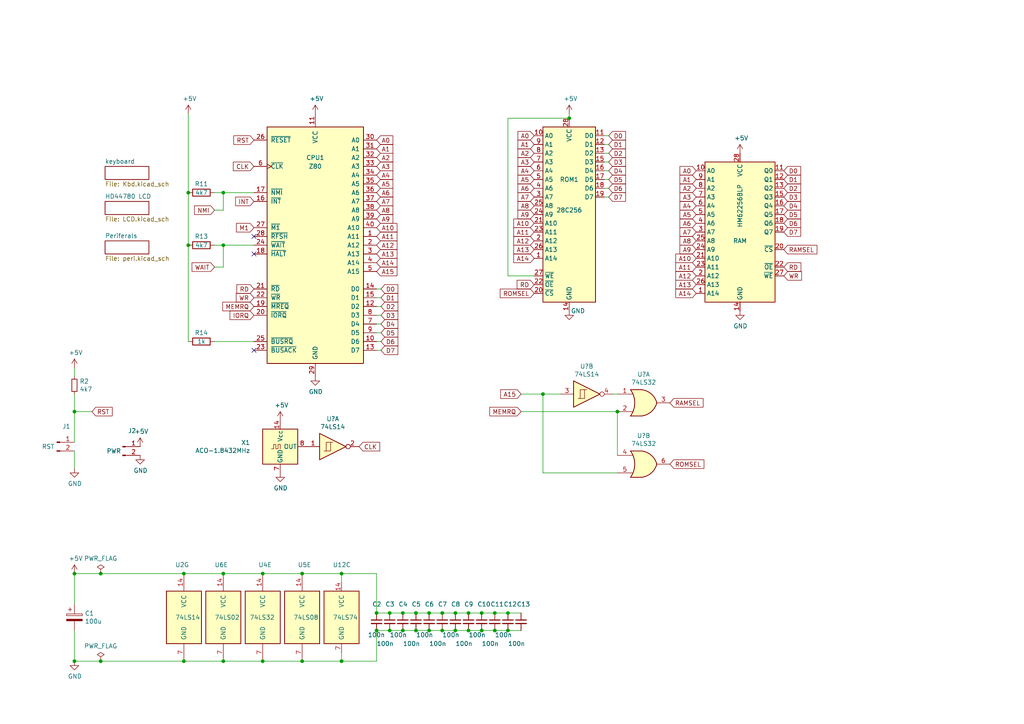
<source format=kicad_sch>
(kicad_sch (version 20211123) (generator eeschema)
  (paper "A4")
  (lib_symbols
    (symbol "74xx:74LS02" (pin_names (offset 1.016))
      (property "Reference" "U" (at 0 1.27 0))
      (property "Value" "74LS02" (at 0 -1.27 0))
      (symbol "74LS02_1_1"
        (pin output inverted (at 7.62 0 180) (length 3.81) (name "~") (number "1"))
        (pin input line (at -7.62 2.54 0) (length 4.318) (name "~") (number "2"))
        (pin input line (at -7.62 -2.54 0) (length 4.318) (name "~") (number "3"))
      )
      (symbol "74LS02_1_2"
        (pin output line (at 7.62 0 180) (length 3.81) (name "~") (number "1"))
        (pin input inverted (at -7.62 2.54 0) (length 3.81) (name "~") (number "2"))
        (pin input inverted (at -7.62 -2.54 0) (length 3.81) (name "~") (number "3"))
      )
      (symbol "74LS02_2_1"
        (pin output inverted (at 7.62 0 180) (length 3.81) (name "~") (number "4"))
        (pin input line (at -7.62 2.54 0) (length 4.318) (name "~") (number "5"))
        (pin input line (at -7.62 -2.54 0) (length 4.318) (name "~") (number "6"))
      )
      (symbol "74LS02_2_2"
        (pin output line (at 7.62 0 180) (length 3.81) (name "~") (number "4"))
        (pin input inverted (at -7.62 2.54 0) (length 3.81) (name "~") (number "5"))
        (pin input inverted (at -7.62 -2.54 0) (length 3.81) (name "~") (number "6"))
      )
      (symbol "74LS02_3_1"
        (pin output inverted (at 7.62 0 180) (length 3.81) (name "~") (number "10"))
        (pin input line (at -7.62 2.54 0) (length 4.318) (name "~") (number "8"))
        (pin input line (at -7.62 -2.54 0) (length 4.318) (name "~") (number "9"))
      )
      (symbol "74LS02_3_2"
        (pin output line (at 7.62 0 180) (length 3.81) (name "~") (number "10"))
        (pin input inverted (at -7.62 2.54 0) (length 3.81) (name "~") (number "8"))
        (pin input inverted (at -7.62 -2.54 0) (length 3.81) (name "~") (number "9"))
      )
      (symbol "74LS02_4_1"
        (pin input line (at -7.62 2.54 0) (length 4.318) (name "~") (number "11"))
        (pin input line (at -7.62 -2.54 0) (length 4.318) (name "~") (number "12"))
        (pin output inverted (at 7.62 0 180) (length 3.81) (name "~") (number "13"))
      )
      (symbol "74LS02_4_2"
        (pin input inverted (at -7.62 2.54 0) (length 3.81) (name "~") (number "11"))
        (pin input inverted (at -7.62 -2.54 0) (length 3.81) (name "~") (number "12"))
        (pin output line (at 7.62 0 180) (length 3.81) (name "~") (number "13"))
      )
      (symbol "74LS02_5_0"
        (pin power_in line (at 0 12.7 270) (length 5.08) (name "VCC") (number "14"))
        (pin power_in line (at 0 -12.7 90) (length 5.08) (name "GND") (number "7"))
      )
    )
    (symbol "74xx:74LS08" (pin_names (offset 1.016))
      (property "Reference" "U" (at 0 1.27 0))
      (property "Value" "74LS08" (at 0 -1.27 0))
      (symbol "74LS08_1_1"
        (pin input line (at -7.62 2.54 0) (length 3.81) (name "~") (number "1"))
        (pin input line (at -7.62 -2.54 0) (length 3.81) (name "~") (number "2"))
        (pin output line (at 7.62 0 180) (length 3.81) (name "~") (number "3"))
      )
      (symbol "74LS08_1_2"
        (pin input inverted (at -7.62 2.54 0) (length 4.318) (name "~") (number "1"))
        (pin input inverted (at -7.62 -2.54 0) (length 4.318) (name "~") (number "2"))
        (pin output inverted (at 7.62 0 180) (length 3.81) (name "~") (number "3"))
      )
      (symbol "74LS08_2_1"
        (pin input line (at -7.62 2.54 0) (length 3.81) (name "~") (number "4"))
        (pin input line (at -7.62 -2.54 0) (length 3.81) (name "~") (number "5"))
        (pin output line (at 7.62 0 180) (length 3.81) (name "~") (number "6"))
      )
      (symbol "74LS08_2_2"
        (pin input inverted (at -7.62 2.54 0) (length 4.318) (name "~") (number "4"))
        (pin input inverted (at -7.62 -2.54 0) (length 4.318) (name "~") (number "5"))
        (pin output inverted (at 7.62 0 180) (length 3.81) (name "~") (number "6"))
      )
      (symbol "74LS08_3_1"
        (pin input line (at -7.62 -2.54 0) (length 3.81) (name "~") (number "10"))
        (pin output line (at 7.62 0 180) (length 3.81) (name "~") (number "8"))
        (pin input line (at -7.62 2.54 0) (length 3.81) (name "~") (number "9"))
      )
      (symbol "74LS08_3_2"
        (pin input inverted (at -7.62 -2.54 0) (length 4.318) (name "~") (number "10"))
        (pin output inverted (at 7.62 0 180) (length 3.81) (name "~") (number "8"))
        (pin input inverted (at -7.62 2.54 0) (length 4.318) (name "~") (number "9"))
      )
      (symbol "74LS08_4_1"
        (pin output line (at 7.62 0 180) (length 3.81) (name "~") (number "11"))
        (pin input line (at -7.62 2.54 0) (length 3.81) (name "~") (number "12"))
        (pin input line (at -7.62 -2.54 0) (length 3.81) (name "~") (number "13"))
      )
      (symbol "74LS08_4_2"
        (pin output inverted (at 7.62 0 180) (length 3.81) (name "~") (number "11"))
        (pin input inverted (at -7.62 2.54 0) (length 4.318) (name "~") (number "12"))
        (pin input inverted (at -7.62 -2.54 0) (length 4.318) (name "~") (number "13"))
      )
      (symbol "74LS08_5_0"
        (pin power_in line (at 0 12.7 270) (length 5.08) (name "VCC") (number "14"))
        (pin power_in line (at 0 -12.7 90) (length 5.08) (name "GND") (number "7"))
      )
    )
    (symbol "74xx:74LS14" (pin_names (offset 1.016))
      (property "Reference" "U" (at 0 1.27 0))
      (property "Value" "74LS14" (at 0 -1.27 0))
      (symbol "74LS14_1_0"
        (pin input line (at -7.62 0 0) (length 3.81) (name "~") (number "1"))
        (pin output inverted (at 7.62 0 180) (length 3.81) (name "~") (number "2"))
      )
      (symbol "74LS14_2_0"
        (pin input line (at -7.62 0 0) (length 3.81) (name "~") (number "3"))
        (pin output inverted (at 7.62 0 180) (length 3.81) (name "~") (number "4"))
      )
      (symbol "74LS14_3_0"
        (pin input line (at -7.62 0 0) (length 3.81) (name "~") (number "5"))
        (pin output inverted (at 7.62 0 180) (length 3.81) (name "~") (number "6"))
      )
      (symbol "74LS14_4_0"
        (pin output inverted (at 7.62 0 180) (length 3.81) (name "~") (number "8"))
        (pin input line (at -7.62 0 0) (length 3.81) (name "~") (number "9"))
      )
      (symbol "74LS14_5_0"
        (pin output inverted (at 7.62 0 180) (length 3.81) (name "~") (number "10"))
        (pin input line (at -7.62 0 0) (length 3.81) (name "~") (number "11"))
      )
      (symbol "74LS14_6_0"
        (pin output inverted (at 7.62 0 180) (length 3.81) (name "~") (number "12"))
        (pin input line (at -7.62 0 0) (length 3.81) (name "~") (number "13"))
      )
      (symbol "74LS14_7_0"
        (pin power_in line (at 0 12.7 270) (length 5.08) (name "VCC") (number "14"))
        (pin power_in line (at 0 -12.7 90) (length 5.08) (name "GND") (number "7"))
      )
    )
    (symbol "74xx:74LS32" (pin_names (offset 1.016))
      (property "Reference" "U" (at 0 1.27 0))
      (property "Value" "74LS32" (at 0 -1.27 0))
      (symbol "74LS32_1_1"
        (pin input line (at -7.62 2.54 0) (length 4.318) (name "~") (number "1"))
        (pin input line (at -7.62 -2.54 0) (length 4.318) (name "~") (number "2"))
        (pin output line (at 7.62 0 180) (length 3.81) (name "~") (number "3"))
      )
      (symbol "74LS32_1_2"
        (pin input inverted (at -7.62 2.54 0) (length 3.81) (name "~") (number "1"))
        (pin input inverted (at -7.62 -2.54 0) (length 3.81) (name "~") (number "2"))
        (pin output inverted (at 7.62 0 180) (length 3.81) (name "~") (number "3"))
      )
      (symbol "74LS32_2_1"
        (pin input line (at -7.62 2.54 0) (length 4.318) (name "~") (number "4"))
        (pin input line (at -7.62 -2.54 0) (length 4.318) (name "~") (number "5"))
        (pin output line (at 7.62 0 180) (length 3.81) (name "~") (number "6"))
      )
      (symbol "74LS32_2_2"
        (pin input inverted (at -7.62 2.54 0) (length 3.81) (name "~") (number "4"))
        (pin input inverted (at -7.62 -2.54 0) (length 3.81) (name "~") (number "5"))
        (pin output inverted (at 7.62 0 180) (length 3.81) (name "~") (number "6"))
      )
      (symbol "74LS32_3_1"
        (pin input line (at -7.62 -2.54 0) (length 4.318) (name "~") (number "10"))
        (pin output line (at 7.62 0 180) (length 3.81) (name "~") (number "8"))
        (pin input line (at -7.62 2.54 0) (length 4.318) (name "~") (number "9"))
      )
      (symbol "74LS32_3_2"
        (pin input inverted (at -7.62 -2.54 0) (length 3.81) (name "~") (number "10"))
        (pin output inverted (at 7.62 0 180) (length 3.81) (name "~") (number "8"))
        (pin input inverted (at -7.62 2.54 0) (length 3.81) (name "~") (number "9"))
      )
      (symbol "74LS32_4_1"
        (pin output line (at 7.62 0 180) (length 3.81) (name "~") (number "11"))
        (pin input line (at -7.62 2.54 0) (length 4.318) (name "~") (number "12"))
        (pin input line (at -7.62 -2.54 0) (length 4.318) (name "~") (number "13"))
      )
      (symbol "74LS32_4_2"
        (pin output inverted (at 7.62 0 180) (length 3.81) (name "~") (number "11"))
        (pin input inverted (at -7.62 2.54 0) (length 3.81) (name "~") (number "12"))
        (pin input inverted (at -7.62 -2.54 0) (length 3.81) (name "~") (number "13"))
      )
      (symbol "74LS32_5_0"
        (pin power_in line (at 0 12.7 270) (length 5.08) (name "VCC") (number "14"))
        (pin power_in line (at 0 -12.7 90) (length 5.08) (name "GND") (number "7"))
      )
    )
    (symbol "74xx:74LS74" (pin_names (offset 1.016))
      (property "Reference" "U" (at -7.62 8.89 0))
      (property "Value" "74LS74" (at -7.62 -8.89 0))
      (symbol "74LS74_1_0"
        (pin input line (at 0 -7.62 90) (length 2.54) (name "~{R}") (number "1"))
        (pin input line (at -7.62 2.54 0) (length 2.54) (name "D") (number "2"))
        (pin input clock (at -7.62 0 0) (length 2.54) (name "C") (number "3"))
        (pin input line (at 0 7.62 270) (length 2.54) (name "~{S}") (number "4"))
        (pin output line (at 7.62 2.54 180) (length 2.54) (name "Q") (number "5"))
        (pin output line (at 7.62 -2.54 180) (length 2.54) (name "~{Q}") (number "6"))
      )
      (symbol "74LS74_2_0"
        (pin input line (at 0 7.62 270) (length 2.54) (name "~{S}") (number "10"))
        (pin input clock (at -7.62 0 0) (length 2.54) (name "C") (number "11"))
        (pin input line (at -7.62 2.54 0) (length 2.54) (name "D") (number "12"))
        (pin input line (at 0 -7.62 90) (length 2.54) (name "~{R}") (number "13"))
        (pin output line (at 7.62 -2.54 180) (length 2.54) (name "~{Q}") (number "8"))
        (pin output line (at 7.62 2.54 180) (length 2.54) (name "Q") (number "9"))
      )
      (symbol "74LS74_3_0"
        (pin power_in line (at 0 10.16 270) (length 2.54) (name "VCC") (number "14"))
        (pin power_in line (at 0 -10.16 90) (length 2.54) (name "GND") (number "7"))
      )
    )
    (symbol "CPU:Z80CPU" (pin_names (offset 1.016))
      (property "Reference" "U" (at -13.97 35.56 0))
      (property "Value" "Z80CPU" (at 6.35 35.56 0))
      (symbol "Z80CPU_1_1"
        (pin output line (at 17.78 2.54 180) (length 3.81) (name "A11") (number "1"))
        (pin bidirectional line (at 17.78 -27.94 180) (length 3.81) (name "D6") (number "10"))
        (pin power_in line (at 0 38.1 270) (length 3.81) (name "VCC") (number "11"))
        (pin bidirectional line (at 17.78 -17.78 180) (length 3.81) (name "D2") (number "12"))
        (pin bidirectional line (at 17.78 -30.48 180) (length 3.81) (name "D7") (number "13"))
        (pin bidirectional line (at 17.78 -12.7 180) (length 3.81) (name "D0") (number "14"))
        (pin bidirectional line (at 17.78 -15.24 180) (length 3.81) (name "D1") (number "15"))
        (pin input line (at -17.78 12.7 0) (length 3.81) (name "~{INT}") (number "16"))
        (pin input line (at -17.78 15.24 0) (length 3.81) (name "~{NMI}") (number "17"))
        (pin output line (at -17.78 -2.54 0) (length 3.81) (name "~{HALT}") (number "18"))
        (pin output line (at -17.78 -17.78 0) (length 3.81) (name "~{MREQ}") (number "19"))
        (pin output line (at 17.78 0 180) (length 3.81) (name "A12") (number "2"))
        (pin output line (at -17.78 -20.32 0) (length 3.81) (name "~{IORQ}") (number "20"))
        (pin output line (at -17.78 -12.7 0) (length 3.81) (name "~{RD}") (number "21"))
        (pin output line (at -17.78 -15.24 0) (length 3.81) (name "~{WR}") (number "22"))
        (pin output line (at -17.78 -30.48 0) (length 3.81) (name "~{BUSACK}") (number "23"))
        (pin input line (at -17.78 0 0) (length 3.81) (name "~{WAIT}") (number "24"))
        (pin input line (at -17.78 -27.94 0) (length 3.81) (name "~{BUSRQ}") (number "25"))
        (pin input line (at -17.78 30.48 0) (length 3.81) (name "~{RESET}") (number "26"))
        (pin output line (at -17.78 5.08 0) (length 3.81) (name "~{M1}") (number "27"))
        (pin output line (at -17.78 2.54 0) (length 3.81) (name "~{RFSH}") (number "28"))
        (pin power_in line (at 0 -38.1 90) (length 3.81) (name "GND") (number "29"))
        (pin output line (at 17.78 -2.54 180) (length 3.81) (name "A13") (number "3"))
        (pin output line (at 17.78 30.48 180) (length 3.81) (name "A0") (number "30"))
        (pin output line (at 17.78 27.94 180) (length 3.81) (name "A1") (number "31"))
        (pin output line (at 17.78 25.4 180) (length 3.81) (name "A2") (number "32"))
        (pin output line (at 17.78 22.86 180) (length 3.81) (name "A3") (number "33"))
        (pin output line (at 17.78 20.32 180) (length 3.81) (name "A4") (number "34"))
        (pin output line (at 17.78 17.78 180) (length 3.81) (name "A5") (number "35"))
        (pin output line (at 17.78 15.24 180) (length 3.81) (name "A6") (number "36"))
        (pin output line (at 17.78 12.7 180) (length 3.81) (name "A7") (number "37"))
        (pin output line (at 17.78 10.16 180) (length 3.81) (name "A8") (number "38"))
        (pin output line (at 17.78 7.62 180) (length 3.81) (name "A9") (number "39"))
        (pin output line (at 17.78 -5.08 180) (length 3.81) (name "A14") (number "4"))
        (pin output line (at 17.78 5.08 180) (length 3.81) (name "A10") (number "40"))
        (pin output line (at 17.78 -7.62 180) (length 3.81) (name "A15") (number "5"))
        (pin input clock (at -17.78 22.86 0) (length 3.81) (name "~{CLK}") (number "6"))
        (pin bidirectional line (at 17.78 -22.86 180) (length 3.81) (name "D4") (number "7"))
        (pin bidirectional line (at 17.78 -20.32 180) (length 3.81) (name "D3") (number "8"))
        (pin bidirectional line (at 17.78 -25.4 180) (length 3.81) (name "D5") (number "9"))
      )
    )
    (symbol "Connector:Conn_01x02_Male" (pin_names (offset 1.016) hide)
      (property "Reference" "J" (at 0 2.54 0))
      (property "Value" "Conn_01x02_Male" (at 0 -5.08 0))
      (symbol "Conn_01x02_Male_1_1"
        (pin passive line (at 5.08 0 180) (length 3.81) (name "Pin_1") (number "1"))
        (pin passive line (at 5.08 -2.54 180) (length 3.81) (name "Pin_2") (number "2"))
      )
    )
    (symbol "Device:CP" (pin_numbers hide) (pin_names (offset 0.254))
      (property "Reference" "C" (at 0.635 2.54 0))
      (property "Value" "Device_CP" (at 0.635 -2.54 0))
      (symbol "CP_1_1"
        (pin passive line (at 0 3.81 270) (length 2.794) (name "~") (number "1"))
        (pin passive line (at 0 -3.81 90) (length 2.794) (name "~") (number "2"))
      )
    )
    (symbol "Device:C_Small" (pin_numbers hide) (pin_names (offset 0.254) hide)
      (property "Reference" "C" (at 0.254 1.778 0))
      (property "Value" "C_Small" (at 0.254 -2.032 0))
      (symbol "C_Small_1_1"
        (pin passive line (at 0 2.54 270) (length 2.032) (name "~") (number "1"))
        (pin passive line (at 0 -2.54 90) (length 2.032) (name "~") (number "2"))
      )
    )
    (symbol "Device:R" (pin_numbers hide) (pin_names (offset 0))
      (property "Reference" "R" (at 2.032 0 90))
      (property "Value" "R" (at 0 0 90))
      (symbol "R_1_1"
        (pin passive line (at 0 3.81 270) (length 1.27) (name "~") (number "1"))
        (pin passive line (at 0 -3.81 90) (length 1.27) (name "~") (number "2"))
      )
    )
    (symbol "Device:R_Small" (pin_numbers hide) (pin_names (offset 0.254) hide)
      (property "Reference" "R" (at 0.762 0.508 0))
      (property "Value" "R_Small" (at 0.762 -1.016 0))
      (symbol "R_Small_1_1"
        (pin passive line (at 0 2.54 270) (length 0.762) (name "~") (number "1"))
        (pin passive line (at 0 -2.54 90) (length 0.762) (name "~") (number "2"))
      )
    )
    (symbol "Memory_EEPROM:28C256"
      (property "Reference" "U" (at -7.62 26.67 0))
      (property "Value" "28C256" (at 2.54 -26.67 0))
      (symbol "28C256_1_1"
        (pin input line (at -10.16 -12.7 0) (length 2.54) (name "A14") (number "1"))
        (pin input line (at -10.16 22.86 0) (length 2.54) (name "A0") (number "10"))
        (pin tri_state line (at 10.16 22.86 180) (length 2.54) (name "D0") (number "11"))
        (pin tri_state line (at 10.16 20.32 180) (length 2.54) (name "D1") (number "12"))
        (pin tri_state line (at 10.16 17.78 180) (length 2.54) (name "D2") (number "13"))
        (pin power_in line (at 0 -27.94 90) (length 2.54) (name "GND") (number "14"))
        (pin tri_state line (at 10.16 15.24 180) (length 2.54) (name "D3") (number "15"))
        (pin tri_state line (at 10.16 12.7 180) (length 2.54) (name "D4") (number "16"))
        (pin tri_state line (at 10.16 10.16 180) (length 2.54) (name "D5") (number "17"))
        (pin tri_state line (at 10.16 7.62 180) (length 2.54) (name "D6") (number "18"))
        (pin tri_state line (at 10.16 5.08 180) (length 2.54) (name "D7") (number "19"))
        (pin input line (at -10.16 -7.62 0) (length 2.54) (name "A12") (number "2"))
        (pin input line (at -10.16 -22.86 0) (length 2.54) (name "~{CS}") (number "20"))
        (pin input line (at -10.16 -2.54 0) (length 2.54) (name "A10") (number "21"))
        (pin input line (at -10.16 -20.32 0) (length 2.54) (name "~{OE}") (number "22"))
        (pin input line (at -10.16 -5.08 0) (length 2.54) (name "A11") (number "23"))
        (pin input line (at -10.16 0 0) (length 2.54) (name "A9") (number "24"))
        (pin input line (at -10.16 2.54 0) (length 2.54) (name "A8") (number "25"))
        (pin input line (at -10.16 -10.16 0) (length 2.54) (name "A13") (number "26"))
        (pin input line (at -10.16 -17.78 0) (length 2.54) (name "~{WE}") (number "27"))
        (pin power_in line (at 0 27.94 270) (length 2.54) (name "VCC") (number "28"))
        (pin input line (at -10.16 5.08 0) (length 2.54) (name "A7") (number "3"))
        (pin input line (at -10.16 7.62 0) (length 2.54) (name "A6") (number "4"))
        (pin input line (at -10.16 10.16 0) (length 2.54) (name "A5") (number "5"))
        (pin input line (at -10.16 12.7 0) (length 2.54) (name "A4") (number "6"))
        (pin input line (at -10.16 15.24 0) (length 2.54) (name "A3") (number "7"))
        (pin input line (at -10.16 17.78 0) (length 2.54) (name "A2") (number "8"))
        (pin input line (at -10.16 20.32 0) (length 2.54) (name "A1") (number "9"))
      )
    )
    (symbol "Memory_RAM:HM62256BLP"
      (property "Reference" "U" (at -10.16 20.955 0))
      (property "Value" "HM62256BLP" (at 2.54 20.955 0))
      (symbol "HM62256BLP_0_0"
        (pin power_in line (at 0 -22.86 90) (length 2.54) (name "GND") (number "14"))
        (pin power_in line (at 0 22.86 270) (length 2.54) (name "VCC") (number "28"))
      )
      (symbol "HM62256BLP_1_1"
        (pin input line (at -12.7 -17.78 0) (length 2.54) (name "A14") (number "1"))
        (pin input line (at -12.7 17.78 0) (length 2.54) (name "A0") (number "10"))
        (pin tri_state line (at 12.7 17.78 180) (length 2.54) (name "Q0") (number "11"))
        (pin tri_state line (at 12.7 15.24 180) (length 2.54) (name "Q1") (number "12"))
        (pin tri_state line (at 12.7 12.7 180) (length 2.54) (name "Q2") (number "13"))
        (pin tri_state line (at 12.7 10.16 180) (length 2.54) (name "Q3") (number "15"))
        (pin tri_state line (at 12.7 7.62 180) (length 2.54) (name "Q4") (number "16"))
        (pin tri_state line (at 12.7 5.08 180) (length 2.54) (name "Q5") (number "17"))
        (pin tri_state line (at 12.7 2.54 180) (length 2.54) (name "Q6") (number "18"))
        (pin tri_state line (at 12.7 0 180) (length 2.54) (name "Q7") (number "19"))
        (pin input line (at -12.7 -12.7 0) (length 2.54) (name "A12") (number "2"))
        (pin input line (at 12.7 -5.08 180) (length 2.54) (name "~{CS}") (number "20"))
        (pin input line (at -12.7 -7.62 0) (length 2.54) (name "A10") (number "21"))
        (pin input line (at 12.7 -10.16 180) (length 2.54) (name "~{OE}") (number "22"))
        (pin input line (at -12.7 -10.16 0) (length 2.54) (name "A11") (number "23"))
        (pin input line (at -12.7 -5.08 0) (length 2.54) (name "A9") (number "24"))
        (pin input line (at -12.7 -2.54 0) (length 2.54) (name "A8") (number "25"))
        (pin input line (at -12.7 -15.24 0) (length 2.54) (name "A13") (number "26"))
        (pin input line (at 12.7 -12.7 180) (length 2.54) (name "~{WE}") (number "27"))
        (pin input line (at -12.7 0 0) (length 2.54) (name "A7") (number "3"))
        (pin input line (at -12.7 2.54 0) (length 2.54) (name "A6") (number "4"))
        (pin input line (at -12.7 5.08 0) (length 2.54) (name "A5") (number "5"))
        (pin input line (at -12.7 7.62 0) (length 2.54) (name "A4") (number "6"))
        (pin input line (at -12.7 10.16 0) (length 2.54) (name "A3") (number "7"))
        (pin input line (at -12.7 12.7 0) (length 2.54) (name "A2") (number "8"))
        (pin input line (at -12.7 15.24 0) (length 2.54) (name "A1") (number "9"))
      )
    )
    (symbol "Oscillator:ACO-xxxMHz" (pin_names (offset 0.254))
      (property "Reference" "X" (at -5.08 6.35 0))
      (property "Value" "ACO-xxxMHz" (at 1.27 -6.35 0))
      (symbol "ACO-xxxMHz_1_1"
        (pin no_connect line (at -7.62 0 0) (length 2.54) hide (name "NC") (number "1"))
        (pin power_in line (at 0 7.62 270) (length 2.54) (name "Vcc") (number "14"))
        (pin power_in line (at 0 -7.62 90) (length 2.54) (name "GND") (number "7"))
        (pin output line (at 7.62 0 180) (length 2.54) (name "OUT") (number "8"))
      )
    )
    (symbol "power:+5V" (power) (pin_names (offset 0))
      (property "Value" "+5V" (at 0 3.556 0))
      (symbol "+5V_1_1"
        (pin power_in line (at 0 0 90) (length 0) hide (name "+5V") (number "1"))
      )
    )
    (symbol "power:GND" (power) (pin_names (offset 0))
      (property "Value" "GND" (at 0 -3.81 0))
      (symbol "GND_1_1"
        (pin power_in line (at 0 0 270) (length 0) hide (name "GND") (number "1"))
      )
    )
    (symbol "power:PWR_FLAG" (power) (pin_numbers hide) (pin_names (offset 0) hide)
      (property "Value" "PWR_FLAG" (at 0 3.81 0))
      (symbol "PWR_FLAG_0_0"
        (pin power_out line (at 0 0 90) (length 0) (name "pwr") (number "1"))
      )
    )
  )
  (junction (at 124.46 182.88))
  (junction (at 53.34 191.77))
  (junction (at 64.77 71.12))
  (junction (at 143.51 177.8))
  (junction (at 109.22 177.8))
  (junction (at 139.7 182.88))
  (junction (at 147.32 182.88))
  (junction (at 64.77 166.37))
  (junction (at 76.2 191.77))
  (junction (at 64.77 191.77))
  (junction (at 99.06 191.77))
  (junction (at 120.65 182.88))
  (junction (at 116.84 182.88))
  (junction (at 116.84 177.8))
  (junction (at 76.2 166.37))
  (junction (at 128.27 182.88))
  (junction (at 132.08 182.88))
  (junction (at 113.03 177.8))
  (junction (at 99.06 166.37))
  (junction (at 132.08 177.8))
  (junction (at 87.63 191.77))
  (junction (at 135.89 182.88))
  (junction (at 109.22 182.88))
  (junction (at 29.21 191.77))
  (junction (at 64.77 55.88))
  (junction (at 128.27 177.8))
  (junction (at 120.65 177.8))
  (junction (at 21.59 166.37))
  (junction (at 21.59 119.38))
  (junction (at 179.07 119.38))
  (junction (at 54.61 71.12))
  (junction (at 139.7 177.8))
  (junction (at 124.46 177.8))
  (junction (at 147.32 177.8))
  (junction (at 143.51 182.88))
  (junction (at 29.21 166.37))
  (junction (at 53.34 166.37))
  (junction (at 157.48 114.3))
  (junction (at 113.03 182.88))
  (junction (at 87.63 166.37))
  (junction (at 135.89 177.8))
  (junction (at 165.1 34.29))
  (junction (at 54.61 55.88))
  (junction (at 21.59 191.77))
  (no_connect (at 73.66 68.58))
  (no_connect (at 73.66 101.6))
  (no_connect (at 73.66 73.66))
  (wire (pts (xy 73.66 71.12) (xy 64.77 71.12)))
  (wire (pts (xy 76.2 166.37) (xy 87.63 166.37)))
  (wire (pts (xy 110.49 86.36) (xy 109.22 86.36)))
  (wire (pts (xy 176.53 39.37) (xy 175.26 39.37)))
  (wire (pts (xy 62.23 60.96) (xy 64.77 60.96)))
  (wire (pts (xy 110.49 96.52) (xy 109.22 96.52)))
  (wire (pts (xy 143.51 182.88) (xy 147.32 182.88)))
  (wire (pts (xy 165.1 34.29) (xy 147.32 34.29)))
  (wire (pts (xy 99.06 191.77) (xy 99.06 189.23)))
  (wire (pts (xy 110.49 93.98) (xy 109.22 93.98)))
  (wire (pts (xy 62.23 77.47) (xy 64.77 77.47)))
  (wire (pts (xy 110.49 101.6) (xy 109.22 101.6)))
  (wire (pts (xy 179.07 137.16) (xy 157.48 137.16)))
  (wire (pts (xy 64.77 77.47) (xy 64.77 71.12)))
  (wire (pts (xy 176.53 46.99) (xy 175.26 46.99)))
  (wire (pts (xy 116.84 177.8) (xy 120.65 177.8)))
  (wire (pts (xy 116.84 182.88) (xy 120.65 182.88)))
  (wire (pts (xy 135.89 177.8) (xy 139.7 177.8)))
  (wire (pts (xy 139.7 177.8) (xy 143.51 177.8)))
  (wire (pts (xy 73.66 55.88) (xy 64.77 55.88)))
  (wire (pts (xy 21.59 166.37) (xy 21.59 175.26)))
  (wire (pts (xy 176.53 44.45) (xy 175.26 44.45)))
  (wire (pts (xy 54.61 55.88) (xy 54.61 71.12)))
  (wire (pts (xy 120.65 177.8) (xy 124.46 177.8)))
  (wire (pts (xy 176.53 52.07) (xy 175.26 52.07)))
  (wire (pts (xy 29.21 191.77) (xy 21.59 191.77)))
  (wire (pts (xy 21.59 114.3) (xy 21.59 119.38)))
  (wire (pts (xy 128.27 182.88) (xy 132.08 182.88)))
  (wire (pts (xy 176.53 41.91) (xy 175.26 41.91)))
  (wire (pts (xy 109.22 182.88) (xy 109.22 191.77)))
  (wire (pts (xy 143.51 177.8) (xy 147.32 177.8)))
  (wire (pts (xy 29.21 191.77) (xy 53.34 191.77)))
  (wire (pts (xy 120.65 182.88) (xy 124.46 182.88)))
  (wire (pts (xy 124.46 177.8) (xy 128.27 177.8)))
  (wire (pts (xy 110.49 99.06) (xy 109.22 99.06)))
  (wire (pts (xy 64.77 166.37) (xy 76.2 166.37)))
  (wire (pts (xy 151.13 114.3) (xy 157.48 114.3)))
  (wire (pts (xy 113.03 182.88) (xy 116.84 182.88)))
  (wire (pts (xy 29.21 166.37) (xy 53.34 166.37)))
  (wire (pts (xy 21.59 106.68) (xy 21.59 109.22)))
  (wire (pts (xy 179.07 114.3) (xy 177.8 114.3)))
  (wire (pts (xy 26.67 119.38) (xy 21.59 119.38)))
  (wire (pts (xy 132.08 182.88) (xy 135.89 182.88)))
  (wire (pts (xy 109.22 177.8) (xy 113.03 177.8)))
  (wire (pts (xy 87.63 191.77) (xy 99.06 191.77)))
  (wire (pts (xy 113.03 177.8) (xy 116.84 177.8)))
  (wire (pts (xy 21.59 119.38) (xy 21.59 128.27)))
  (wire (pts (xy 165.1 33.02) (xy 165.1 34.29)))
  (wire (pts (xy 99.06 166.37) (xy 109.22 166.37)))
  (wire (pts (xy 176.53 57.15) (xy 175.26 57.15)))
  (wire (pts (xy 139.7 182.88) (xy 143.51 182.88)))
  (wire (pts (xy 110.49 83.82) (xy 109.22 83.82)))
  (wire (pts (xy 157.48 137.16) (xy 157.48 114.3)))
  (wire (pts (xy 132.08 177.8) (xy 135.89 177.8)))
  (wire (pts (xy 176.53 49.53) (xy 175.26 49.53)))
  (wire (pts (xy 147.32 182.88) (xy 151.13 182.88)))
  (wire (pts (xy 128.27 177.8) (xy 132.08 177.8)))
  (wire (pts (xy 176.53 54.61) (xy 175.26 54.61)))
  (wire (pts (xy 135.89 182.88) (xy 139.7 182.88)))
  (wire (pts (xy 110.49 91.44) (xy 109.22 91.44)))
  (wire (pts (xy 147.32 80.01) (xy 154.94 80.01)))
  (wire (pts (xy 99.06 191.77) (xy 109.22 191.77)))
  (wire (pts (xy 21.59 130.81) (xy 21.59 135.89)))
  (wire (pts (xy 73.66 99.06) (xy 62.23 99.06)))
  (wire (pts (xy 124.46 182.88) (xy 128.27 182.88)))
  (wire (pts (xy 64.77 60.96) (xy 64.77 55.88)))
  (wire (pts (xy 99.06 166.37) (xy 99.06 168.91)))
  (wire (pts (xy 53.34 166.37) (xy 64.77 166.37)))
  (wire (pts (xy 109.22 182.88) (xy 113.03 182.88)))
  (wire (pts (xy 21.59 191.77) (xy 21.59 182.88)))
  (wire (pts (xy 64.77 191.77) (xy 76.2 191.77)))
  (wire (pts (xy 64.77 55.88) (xy 62.23 55.88)))
  (wire (pts (xy 147.32 177.8) (xy 151.13 177.8)))
  (wire (pts (xy 147.32 34.29) (xy 147.32 80.01)))
  (wire (pts (xy 53.34 191.77) (xy 64.77 191.77)))
  (wire (pts (xy 179.07 119.38) (xy 151.13 119.38)))
  (wire (pts (xy 54.61 55.88) (xy 54.61 33.02)))
  (wire (pts (xy 76.2 191.77) (xy 87.63 191.77)))
  (wire (pts (xy 54.61 71.12) (xy 54.61 99.06)))
  (wire (pts (xy 109.22 177.8) (xy 109.22 166.37)))
  (wire (pts (xy 110.49 88.9) (xy 109.22 88.9)))
  (wire (pts (xy 64.77 71.12) (xy 62.23 71.12)))
  (wire (pts (xy 21.59 166.37) (xy 29.21 166.37)))
  (wire (pts (xy 157.48 114.3) (xy 162.56 114.3)))
  (wire (pts (xy 87.63 166.37) (xy 99.06 166.37)))
  (wire (pts (xy 179.07 119.38) (xy 179.07 132.08)))
  (global_label "D4" (shape input) (at 176.53 49.53 0) (property "Intersheet References" "${INTERSHEET_REFS}" (effects hide)))
  (global_label "A5" (shape input) (at 109.22 53.34 0) (property "Intersheet References" "${INTERSHEET_REFS}" (effects hide)))
  (global_label "A3" (shape input) (at 154.94 46.99 180) (property "Intersheet References" "${INTERSHEET_REFS}" (effects hide)))
  (global_label "RD" (shape input) (at 73.66 83.82 180) (property "Intersheet References" "${INTERSHEET_REFS}" (effects hide)))
  (global_label "D5" (shape input) (at 110.49 96.52 0) (property "Intersheet References" "${INTERSHEET_REFS}" (effects hide)))
  (global_label "D7" (shape input) (at 176.53 57.15 0) (property "Intersheet References" "${INTERSHEET_REFS}" (effects hide)))
  (global_label "D2" (shape input) (at 110.49 88.9 0) (property "Intersheet References" "${INTERSHEET_REFS}" (effects hide)))
  (global_label "MEMRQ" (shape input) (at 73.66 88.9 180) (property "Intersheet References" "${INTERSHEET_REFS}" (effects hide)))
  (global_label "A7" (shape input) (at 201.93 67.31 180) (property "Intersheet References" "${INTERSHEET_REFS}" (effects hide)))
  (global_label "A4" (shape input) (at 201.93 59.69 180) (property "Intersheet References" "${INTERSHEET_REFS}" (effects hide)))
  (global_label "D1" (shape input) (at 110.49 86.36 0) (property "Intersheet References" "${INTERSHEET_REFS}" (effects hide)))
  (global_label "A4" (shape input) (at 109.22 50.8 0) (property "Intersheet References" "${INTERSHEET_REFS}" (effects hide)))
  (global_label "A2" (shape input) (at 154.94 44.45 180) (property "Intersheet References" "${INTERSHEET_REFS}" (effects hide)))
  (global_label "A6" (shape input) (at 154.94 54.61 180) (property "Intersheet References" "${INTERSHEET_REFS}" (effects hide)))
  (global_label "A7" (shape input) (at 109.22 58.42 0) (property "Intersheet References" "${INTERSHEET_REFS}" (effects hide)))
  (global_label "A8" (shape input) (at 154.94 59.69 180) (property "Intersheet References" "${INTERSHEET_REFS}" (effects hide)))
  (global_label "CLK" (shape input) (at 104.14 129.54 0) (property "Intersheet References" "${INTERSHEET_REFS}" (effects hide)))
  (global_label "RD" (shape input) (at 154.94 82.55 180) (property "Intersheet References" "${INTERSHEET_REFS}" (effects hide)))
  (global_label "D3" (shape input) (at 176.53 46.99 0) (property "Intersheet References" "${INTERSHEET_REFS}" (effects hide)))
  (global_label "WR" (shape input) (at 73.66 86.36 180) (property "Intersheet References" "${INTERSHEET_REFS}" (effects hide)))
  (global_label "A2" (shape input) (at 109.22 45.72 0) (property "Intersheet References" "${INTERSHEET_REFS}" (effects hide)))
  (global_label "A3" (shape input) (at 109.22 48.26 0) (property "Intersheet References" "${INTERSHEET_REFS}" (effects hide)))
  (global_label "A1" (shape input) (at 154.94 41.91 180) (property "Intersheet References" "${INTERSHEET_REFS}" (effects hide)))
  (global_label "RAMSEL" (shape input) (at 194.31 116.84 0) (property "Intersheet References" "${INTERSHEET_REFS}" (effects hide)))
  (global_label "A2" (shape input) (at 201.93 54.61 180) (property "Intersheet References" "${INTERSHEET_REFS}" (effects hide)))
  (global_label "A14" (shape input) (at 109.22 76.2 0) (property "Intersheet References" "${INTERSHEET_REFS}" (effects hide)))
  (global_label "RAMSEL" (shape input) (at 227.33 72.39 0) (property "Intersheet References" "${INTERSHEET_REFS}" (effects hide)))
  (global_label "D5" (shape input) (at 227.33 62.23 0) (property "Intersheet References" "${INTERSHEET_REFS}" (effects hide)))
  (global_label "A0" (shape input) (at 109.22 40.64 0) (property "Intersheet References" "${INTERSHEET_REFS}" (effects hide)))
  (global_label "WAIT" (shape input) (at 62.23 77.47 180) (property "Intersheet References" "${INTERSHEET_REFS}" (effects hide)))
  (global_label "D6" (shape input) (at 227.33 64.77 0) (property "Intersheet References" "${INTERSHEET_REFS}" (effects hide)))
  (global_label "A4" (shape input) (at 154.94 49.53 180) (property "Intersheet References" "${INTERSHEET_REFS}" (effects hide)))
  (global_label "D2" (shape input) (at 176.53 44.45 0) (property "Intersheet References" "${INTERSHEET_REFS}" (effects hide)))
  (global_label "A12" (shape input) (at 154.94 69.85 180) (property "Intersheet References" "${INTERSHEET_REFS}" (effects hide)))
  (global_label "D6" (shape input) (at 176.53 54.61 0) (property "Intersheet References" "${INTERSHEET_REFS}" (effects hide)))
  (global_label "A9" (shape input) (at 201.93 72.39 180) (property "Intersheet References" "${INTERSHEET_REFS}" (effects hide)))
  (global_label "D7" (shape input) (at 110.49 101.6 0) (property "Intersheet References" "${INTERSHEET_REFS}" (effects hide)))
  (global_label "ROMSEL" (shape input) (at 194.31 134.62 0) (property "Intersheet References" "${INTERSHEET_REFS}" (effects hide)))
  (global_label "A7" (shape input) (at 154.94 57.15 180) (property "Intersheet References" "${INTERSHEET_REFS}" (effects hide)))
  (global_label "A10" (shape input) (at 109.22 66.04 0) (property "Intersheet References" "${INTERSHEET_REFS}" (effects hide)))
  (global_label "A12" (shape input) (at 109.22 71.12 0) (property "Intersheet References" "${INTERSHEET_REFS}" (effects hide)))
  (global_label "A15" (shape input) (at 109.22 78.74 0) (property "Intersheet References" "${INTERSHEET_REFS}" (effects hide)))
  (global_label "IORQ" (shape input) (at 73.66 91.44 180) (property "Intersheet References" "${INTERSHEET_REFS}" (effects hide)))
  (global_label "D3" (shape input) (at 227.33 57.15 0) (property "Intersheet References" "${INTERSHEET_REFS}" (effects hide)))
  (global_label "A5" (shape input) (at 201.93 62.23 180) (property "Intersheet References" "${INTERSHEET_REFS}" (effects hide)))
  (global_label "D4" (shape input) (at 110.49 93.98 0) (property "Intersheet References" "${INTERSHEET_REFS}" (effects hide)))
  (global_label "A13" (shape input) (at 154.94 72.39 180) (property "Intersheet References" "${INTERSHEET_REFS}" (effects hide)))
  (global_label "INT" (shape input) (at 73.66 58.42 180) (property "Intersheet References" "${INTERSHEET_REFS}" (effects hide)))
  (global_label "D2" (shape input) (at 227.33 54.61 0) (property "Intersheet References" "${INTERSHEET_REFS}" (effects hide)))
  (global_label "RST" (shape input) (at 73.66 40.64 180) (property "Intersheet References" "${INTERSHEET_REFS}" (effects hide)))
  (global_label "RST" (shape input) (at 26.67 119.38 0) (property "Intersheet References" "${INTERSHEET_REFS}" (effects hide)))
  (global_label "A12" (shape input) (at 201.93 80.01 180) (property "Intersheet References" "${INTERSHEET_REFS}" (effects hide)))
  (global_label "A9" (shape input) (at 154.94 62.23 180) (property "Intersheet References" "${INTERSHEET_REFS}" (effects hide)))
  (global_label "A10" (shape input) (at 154.94 64.77 180) (property "Intersheet References" "${INTERSHEET_REFS}" (effects hide)))
  (global_label "A11" (shape input) (at 201.93 77.47 180) (property "Intersheet References" "${INTERSHEET_REFS}" (effects hide)))
  (global_label "A13" (shape input) (at 109.22 73.66 0) (property "Intersheet References" "${INTERSHEET_REFS}" (effects hide)))
  (global_label "A6" (shape input) (at 109.22 55.88 0) (property "Intersheet References" "${INTERSHEET_REFS}" (effects hide)))
  (global_label "A8" (shape input) (at 201.93 69.85 180) (property "Intersheet References" "${INTERSHEET_REFS}" (effects hide)))
  (global_label "D0" (shape input) (at 227.33 49.53 0) (property "Intersheet References" "${INTERSHEET_REFS}" (effects hide)))
  (global_label "A1" (shape input) (at 201.93 52.07 180) (property "Intersheet References" "${INTERSHEET_REFS}" (effects hide)))
  (global_label "D5" (shape input) (at 176.53 52.07 0) (property "Intersheet References" "${INTERSHEET_REFS}" (effects hide)))
  (global_label "D0" (shape input) (at 110.49 83.82 0) (property "Intersheet References" "${INTERSHEET_REFS}" (effects hide)))
  (global_label "A8" (shape input) (at 109.22 60.96 0) (property "Intersheet References" "${INTERSHEET_REFS}" (effects hide)))
  (global_label "A1" (shape input) (at 109.22 43.18 0) (property "Intersheet References" "${INTERSHEET_REFS}" (effects hide)))
  (global_label "D4" (shape input) (at 227.33 59.69 0) (property "Intersheet References" "${INTERSHEET_REFS}" (effects hide)))
  (global_label "D6" (shape input) (at 110.49 99.06 0) (property "Intersheet References" "${INTERSHEET_REFS}" (effects hide)))
  (global_label "M1" (shape input) (at 73.66 66.04 180) (property "Intersheet References" "${INTERSHEET_REFS}" (effects hide)))
  (global_label "A0" (shape input) (at 201.93 49.53 180) (property "Intersheet References" "${INTERSHEET_REFS}" (effects hide)))
  (global_label "A10" (shape input) (at 201.93 74.93 180) (property "Intersheet References" "${INTERSHEET_REFS}" (effects hide)))
  (global_label "A3" (shape input) (at 201.93 57.15 180) (property "Intersheet References" "${INTERSHEET_REFS}" (effects hide)))
  (global_label "D1" (shape input) (at 176.53 41.91 0) (property "Intersheet References" "${INTERSHEET_REFS}" (effects hide)))
  (global_label "WR" (shape input) (at 227.33 80.01 0) (property "Intersheet References" "${INTERSHEET_REFS}" (effects hide)))
  (global_label "A13" (shape input) (at 201.93 82.55 180) (property "Intersheet References" "${INTERSHEET_REFS}" (effects hide)))
  (global_label "CLK" (shape input) (at 73.66 48.26 180) (property "Intersheet References" "${INTERSHEET_REFS}" (effects hide)))
  (global_label "A11" (shape input) (at 154.94 67.31 180) (property "Intersheet References" "${INTERSHEET_REFS}" (effects hide)))
  (global_label "A14" (shape input) (at 201.93 85.09 180) (property "Intersheet References" "${INTERSHEET_REFS}" (effects hide)))
  (global_label "ROMSEL" (shape input) (at 154.94 85.09 180) (property "Intersheet References" "${INTERSHEET_REFS}" (effects hide)))
  (global_label "MEMRQ" (shape input) (at 151.13 119.38 180) (property "Intersheet References" "${INTERSHEET_REFS}" (effects hide)))
  (global_label "D1" (shape input) (at 227.33 52.07 0) (property "Intersheet References" "${INTERSHEET_REFS}" (effects hide)))
  (global_label "NMI" (shape input) (at 62.23 60.96 180) (property "Intersheet References" "${INTERSHEET_REFS}" (effects hide)))
  (global_label "A0" (shape input) (at 154.94 39.37 180) (property "Intersheet References" "${INTERSHEET_REFS}" (effects hide)))
  (global_label "A6" (shape input) (at 201.93 64.77 180) (property "Intersheet References" "${INTERSHEET_REFS}" (effects hide)))
  (global_label "D0" (shape input) (at 176.53 39.37 0) (property "Intersheet References" "${INTERSHEET_REFS}" (effects hide)))
  (global_label "A14" (shape input) (at 154.94 74.93 180) (property "Intersheet References" "${INTERSHEET_REFS}" (effects hide)))
  (global_label "D7" (shape input) (at 227.33 67.31 0) (property "Intersheet References" "${INTERSHEET_REFS}" (effects hide)))
  (global_label "A15" (shape input) (at 151.13 114.3 180) (property "Intersheet References" "${INTERSHEET_REFS}" (effects hide)))
  (global_label "D3" (shape input) (at 110.49 91.44 0) (property "Intersheet References" "${INTERSHEET_REFS}" (effects hide)))
  (global_label "RD" (shape input) (at 227.33 77.47 0) (property "Intersheet References" "${INTERSHEET_REFS}" (effects hide)))
  (global_label "A5" (shape input) (at 154.94 52.07 180) (property "Intersheet References" "${INTERSHEET_REFS}" (effects hide)))
  (global_label "A9" (shape input) (at 109.22 63.5 0) (property "Intersheet References" "${INTERSHEET_REFS}" (effects hide)))
  (global_label "A11" (shape input) (at 109.22 68.58 0) (property "Intersheet References" "${INTERSHEET_REFS}" (effects hide)))
  (symbol (lib_id "CPU:Z80CPU") (at 91.44 71.12 0) (unit 1)
    (property "Reference" "CPU1" (at 91.44 45.72 0))
    (property "Value" "Z80" (at 91.44 48.26 0))
    (property "Footprint" "Package_DIP:DIP-40_W15.24mm_Socket" (effects hide))
    (property "Datasheet" "www.zilog.com/manage_directlink.php?filepath=docs/z80/um0080" (effects hide))
  )
  (symbol (lib_id "power:GND") (at 91.44 109.22 0) (unit 1)
    (property "Reference" "#PWR010" (effects hide))
    (property "Value" "GND" (at 91.567 113.6142 0))
  )
  (symbol (lib_id "power:+5V") (at 91.44 33.02 0) (unit 1)
    (property "Reference" "#PWR09" (effects hide))
    (property "Value" "+5V" (at 91.821 28.6258 0))
  )
  (symbol (lib_id "power:GND") (at 165.1 90.17 0) (unit 1)
    (property "Reference" "#PWR012" (effects hide))
    (property "Value" "GND" (at 167.64 90.17 0))
  )
  (symbol (lib_id "power:+5V") (at 165.1 33.02 0) (unit 1)
    (property "Reference" "#PWR011" (effects hide))
    (property "Value" "+5V" (at 165.481 28.6258 0))
  )
  (symbol (lib_id "Device:R") (at 58.42 55.88 270) (unit 1)
    (property "Reference" "R11" (at 58.42 53.34 90))
    (property "Value" "4k7" (at 58.42 55.88 90))
    (property "Footprint" "Resistor_THT:R_Axial_DIN0207_L6.3mm_D2.5mm_P7.62mm_Horizontal" (effects hide))
  )
  (symbol (lib_id "Device:R") (at 58.42 99.06 270) (unit 1)
    (property "Reference" "R14" (at 58.42 96.52 90))
    (property "Value" "1k" (at 58.42 99.06 90))
    (property "Footprint" "Resistor_THT:R_Axial_DIN0207_L6.3mm_D2.5mm_P7.62mm_Horizontal" (effects hide))
  )
  (symbol (lib_id "Device:R") (at 58.42 71.12 270) (unit 1)
    (property "Reference" "R13" (at 58.42 68.58 90))
    (property "Value" "4k7" (at 58.42 71.12 90))
    (property "Footprint" "Resistor_THT:R_Axial_DIN0207_L6.3mm_D2.5mm_P7.62mm_Horizontal" (effects hide))
  )
  (symbol (lib_id "power:+5V") (at 54.61 33.02 0) (unit 1)
    (property "Reference" "#PWR08" (effects hide))
    (property "Value" "+5V" (at 54.991 28.6258 0))
  )
  (symbol (lib_id "Memory_EEPROM:28C256") (at 165.1 62.23 0) (unit 1)
    (property "Reference" "ROM1" (at 165.1 52.07 0))
    (property "Value" "28C256" (at 165.1 60.96 0))
    (property "Footprint" "Package_DIP:DIP-28_W15.24mm_Socket" (effects hide))
    (property "Datasheet" "http://ww1.microchip.com/downloads/en/DeviceDoc/doc0006.pdf" (effects hide))
  )
  (symbol (lib_id "power:GND") (at 374.65 158.75 0) (unit 1)
    (property "Reference" "#PWR018" (effects hide))
    (property "Value" "GND" (at 374.777 163.1442 0))
  )
  (symbol (lib_id "Device:CP") (at 21.59 179.07 0) (unit 1)
    (property "Reference" "C1" (at 24.5872 177.9016 0) (effects (justify left)))
    (property "Value" "100u" (at 24.5872 180.213 0) (effects (justify left)))
    (property "Footprint" "Capacitor_THT:CP_Radial_D14.0mm_P7.50mm" (effects hide))
  )
  (symbol (lib_id "74xx:74LS32") (at 76.2 179.07 0) (unit 5)
    (property "Reference" "U4" (at 74.93 163.83 0) (effects (justify left)))
    (property "Value" "74LS32" (at 72.39 179.07 0) (effects (justify left)))
    (property "Footprint" "Package_DIP:DIP-14_W7.62mm_Socket" (effects hide))
    (property "Datasheet" "http://www.ti.com/lit/gpn/sn74LS32" (effects hide))
  )
  (symbol (lib_id "power:GND") (at 21.59 191.77 0) (unit 1)
    (property "Reference" "#PWR04" (effects hide))
    (property "Value" "GND" (at 21.717 196.1642 0))
  )
  (symbol (lib_id "power:+5V") (at 21.59 166.37 0) (unit 1)
    (property "Reference" "#PWR03" (effects hide))
    (property "Value" "+5V" (at 21.971 161.9758 0))
  )
  (symbol (lib_id "power:GND") (at 21.59 135.89 0) (unit 1)
    (property "Reference" "#PWR02" (effects hide))
    (property "Value" "GND" (at 21.717 140.2842 0))
  )
  (symbol (lib_id "power:+5V") (at 21.59 106.68 0) (unit 1)
    (property "Reference" "#PWR01" (effects hide))
    (property "Value" "+5V" (at 21.971 102.2858 0))
  )
  (symbol (lib_id "Device:R_Small") (at 21.59 111.76 0) (unit 1)
    (property "Reference" "R2" (at 23.0886 110.5916 0) (effects (justify left)))
    (property "Value" "4k7" (at 23.0886 112.903 0) (effects (justify left)))
    (property "Footprint" "Resistor_THT:R_Axial_DIN0207_L6.3mm_D2.5mm_P7.62mm_Horizontal" (effects hide))
  )
  (symbol (lib_id "74xx:74LS08") (at 87.63 179.07 0) (unit 5)
    (property "Reference" "U5" (at 86.36 163.83 0) (effects (justify left)))
    (property "Value" "74LS08" (at 85.09 179.07 0) (effects (justify left)))
    (property "Footprint" "Package_DIP:DIP-14_W7.62mm_Socket" (effects hide))
    (property "Datasheet" "http://www.ti.com/lit/gpn/sn74LS08" (effects hide))
  )
  (symbol (lib_id "74xx:74LS14") (at 53.34 179.07 0) (unit 7)
    (property "Reference" "U2" (at 50.8 163.83 0) (effects (justify left)))
    (property "Value" "74LS14" (at 50.8 179.07 0) (effects (justify left)))
    (property "Footprint" "Package_DIP:DIP-14_W7.62mm_Socket" (effects hide))
    (property "Datasheet" "http://www.ti.com/lit/gpn/sn74LS14" (effects hide))
  )
  (symbol (lib_id "74xx:74LS74") (at 99.06 179.07 0) (unit 3)
    (property "Reference" "U12" (at 96.52 163.83 0) (effects (justify left)))
    (property "Value" "74LS74" (at 96.52 179.07 0) (effects (justify left)))
    (property "Footprint" "Package_DIP:DIP-14_W7.62mm_Socket" (effects hide))
    (property "Datasheet" "74xx/74hc_hct74.pdf" (effects hide))
  )
  (symbol (lib_id "Oscillator:ACO-xxxMHz") (at 81.28 129.54 0) (unit 1)
    (property "Reference" "X1" (at 72.5678 128.3716 0) (effects (justify right)))
    (property "Value" "ACO-1.8432MHz" (at 72.5678 130.683 0) (effects (justify right)))
    (property "Footprint" "Oscillator:Oscillator_DIP-14" (effects hide))
    (property "Datasheet" "http://www.conwin.com/datasheets/cx/cx030.pdf" (effects hide))
  )
  (symbol (lib_id "power:+5V") (at 81.28 121.92 0) (unit 1)
    (property "Reference" "#PWR014" (effects hide))
    (property "Value" "+5V" (at 81.661 117.5258 0))
  )
  (symbol (lib_id "power:GND") (at 81.28 137.16 0) (unit 1)
    (property "Reference" "#PWR015" (effects hide))
    (property "Value" "GND" (at 81.407 141.5542 0))
  )
  (symbol (lib_id "Device:C_Small") (at 109.22 180.34 0) (unit 1)
    (property "Reference" "C2" (at 107.95 175.26 0) (effects (justify left)))
    (property "Value" "100n" (at 106.68 184.15 0) (effects (justify left)))
    (property "Footprint" "Capacitor_THT:C_Disc_D5.0mm_W2.5mm_P5.00mm" (effects hide))
  )
  (symbol (lib_id "Device:C_Small") (at 113.03 180.34 0) (unit 1)
    (property "Reference" "C3" (at 111.76 175.26 0) (effects (justify left)))
    (property "Value" "100n" (at 109.22 186.69 0) (effects (justify left)))
    (property "Footprint" "Capacitor_THT:C_Disc_D5.0mm_W2.5mm_P5.00mm" (effects hide))
  )
  (symbol (lib_id "Device:C_Small") (at 116.84 180.34 0) (unit 1)
    (property "Reference" "C4" (at 115.57 175.26 0) (effects (justify left)))
    (property "Value" "100n" (at 113.03 184.15 0) (effects (justify left)))
    (property "Footprint" "Capacitor_THT:C_Disc_D5.0mm_W2.5mm_P5.00mm" (effects hide))
  )
  (symbol (lib_id "Device:C_Small") (at 120.65 180.34 0) (unit 1)
    (property "Reference" "C5" (at 119.38 175.26 0) (effects (justify left)))
    (property "Value" "100n" (at 116.84 186.69 0) (effects (justify left)))
    (property "Footprint" "Capacitor_THT:C_Disc_D5.0mm_W2.5mm_P5.00mm" (effects hide))
  )
  (symbol (lib_id "Device:C_Small") (at 124.46 180.34 0) (unit 1)
    (property "Reference" "C6" (at 123.19 175.26 0) (effects (justify left)))
    (property "Value" "100n" (at 120.65 184.15 0) (effects (justify left)))
    (property "Footprint" "Capacitor_THT:C_Disc_D5.0mm_W2.5mm_P5.00mm" (effects hide))
  )
  (symbol (lib_id "Device:C_Small") (at 128.27 180.34 0) (unit 1)
    (property "Reference" "C7" (at 127 175.26 0) (effects (justify left)))
    (property "Value" "100n" (at 124.46 186.69 0) (effects (justify left)))
    (property "Footprint" "Capacitor_THT:C_Disc_D5.0mm_W2.5mm_P5.00mm" (effects hide))
  )
  (symbol (lib_id "Device:C_Small") (at 132.08 180.34 0) (unit 1)
    (property "Reference" "C8" (at 130.81 175.26 0) (effects (justify left)))
    (property "Value" "100n" (at 128.27 184.15 0) (effects (justify left)))
    (property "Footprint" "Capacitor_THT:C_Disc_D5.0mm_W2.5mm_P5.00mm" (effects hide))
  )
  (symbol (lib_id "Device:C_Small") (at 135.89 180.34 0) (unit 1)
    (property "Reference" "C9" (at 134.62 175.26 0) (effects (justify left)))
    (property "Value" "100n" (at 132.08 186.69 0) (effects (justify left)))
    (property "Footprint" "Capacitor_THT:C_Disc_D5.0mm_W2.5mm_P5.00mm" (effects hide))
  )
  (symbol (lib_id "Device:C_Small") (at 139.7 180.34 0) (unit 1)
    (property "Reference" "C10" (at 138.43 175.26 0) (effects (justify left)))
    (property "Value" "100n" (at 135.89 184.15 0) (effects (justify left)))
    (property "Footprint" "Capacitor_THT:C_Disc_D5.0mm_W2.5mm_P5.00mm" (effects hide))
  )
  (symbol (lib_id "Device:C_Small") (at 143.51 180.34 0) (unit 1)
    (property "Reference" "C11" (at 142.24 175.26 0) (effects (justify left)))
    (property "Value" "100n" (at 139.7 186.69 0) (effects (justify left)))
    (property "Footprint" "Capacitor_THT:C_Disc_D5.0mm_W2.5mm_P5.00mm" (effects hide))
  )
  (symbol (lib_id "Device:C_Small") (at 147.32 180.34 0) (unit 1)
    (property "Reference" "C12" (at 146.05 175.26 0) (effects (justify left)))
    (property "Value" "100n" (at 143.51 184.15 0) (effects (justify left)))
    (property "Footprint" "Capacitor_THT:C_Disc_D5.0mm_W2.5mm_P5.00mm" (effects hide))
  )
  (symbol (lib_id "Device:C_Small") (at 151.13 180.34 0) (unit 1)
    (property "Reference" "C13" (at 149.86 175.26 0) (effects (justify left)))
    (property "Value" "100n" (at 147.32 186.69 0) (effects (justify left)))
    (property "Footprint" "Capacitor_THT:C_Disc_D5.0mm_W2.5mm_P5.00mm" (effects hide))
  )
  (symbol (lib_id "Connector:Conn_01x02_Male") (at 35.56 129.54 0) (unit 1)
    (property "Reference" "J2" (at 38.3032 124.9426 0))
    (property "Value" "PWR" (at 33.02 130.81 0))
    (property "Footprint" "Connector_PinHeader_2.54mm:PinHeader_1x02_P2.54mm_Vertical" (effects hide))
  )
  (symbol (lib_id "power:GND") (at 40.64 132.08 0) (unit 1)
    (property "Reference" "#PWR06" (effects hide))
    (property "Value" "GND" (at 40.767 136.4742 0))
  )
  (symbol (lib_id "power:+5V") (at 40.64 129.54 0) (unit 1)
    (property "Reference" "#PWR05" (effects hide))
    (property "Value" "+5V" (at 41.021 125.1458 0))
  )
  (symbol (lib_id "Connector:Conn_01x02_Male") (at 16.51 128.27 0) (unit 1)
    (property "Reference" "J1" (at 19.2532 123.6726 0))
    (property "Value" "RST" (at 13.97 129.54 0))
    (property "Footprint" "Connector_PinHeader_2.54mm:PinHeader_1x02_P2.54mm_Vertical" (effects hide))
  )
  (symbol (lib_id "power:PWR_FLAG") (at 29.21 166.37 0) (unit 1)
    (property "Reference" "#FLG0101" (effects hide))
    (property "Value" "PWR_FLAG" (at 29.21 161.9758 0))
  )
  (symbol (lib_id "power:PWR_FLAG") (at 29.21 191.77 0) (unit 1)
    (property "Reference" "#FLG0102" (effects hide))
    (property "Value" "PWR_FLAG" (at 29.21 187.3758 0))
  )
  (symbol (lib_id "74xx:74LS02") (at 64.77 179.07 0) (unit 5)
    (property "Reference" "U6" (at 62.23 163.83 0) (effects (justify left)))
    (property "Value" "74LS02" (at 62.23 179.07 0) (effects (justify left)))
    (property "Datasheet" "http://www.ti.com/lit/gpn/sn74ls02" (effects hide))
  )
  (symbol (lib_id "Memory_RAM:HM62256BLP") (at 214.63 67.31 0) (unit 1)
    (property "Reference" "RAM" (at 214.63 69.85 0))
    (property "Value" "HM62256BLP" (at 214.63 59.69 90))
    (property "Footprint" "Package_DIP:DIP-28_W15.24mm" (effects hide))
    (property "Datasheet" "https://web.mit.edu/6.115/www/document/62256.pdf" (effects hide))
  )
  (symbol (lib_id "power:+5V") (at 214.63 44.45 0) (unit 1)
    (property "Reference" "#PWR?" (effects hide))
    (property "Value" "+5V" (at 215.011 40.0558 0))
  )
  (symbol (lib_id "power:GND") (at 214.63 90.17 0) (unit 1)
    (property "Reference" "#PWR?" (effects hide))
    (property "Value" "GND" (at 214.757 94.5642 0))
  )
  (symbol (lib_id "74xx:74LS14") (at 96.52 129.54 0) (unit 1)
    (property "Reference" "U?" (at 96.52 121.4882 0))
    (property "Value" "74LS14" (at 96.52 123.7996 0))
    (property "Datasheet" "http://www.ti.com/lit/gpn/sn74LS14" (effects hide))
  )
  (symbol (lib_id "74xx:74LS14") (at 170.18 114.3 0) (unit 2)
    (property "Reference" "U?" (at 170.18 106.2482 0))
    (property "Value" "74LS14" (at 170.18 108.5596 0))
    (property "Datasheet" "http://www.ti.com/lit/gpn/sn74LS14" (effects hide))
  )
  (symbol (lib_id "74xx:74LS32") (at 186.69 116.84 0) (unit 1)
    (property "Reference" "U?" (at 186.69 108.585 0))
    (property "Value" "74LS32" (at 186.69 110.8964 0))
    (property "Datasheet" "http://www.ti.com/lit/gpn/sn74LS32" (effects hide))
  )
  (symbol (lib_id "74xx:74LS32") (at 186.69 134.62 0) (unit 2)
    (property "Reference" "U?" (at 186.69 126.365 0))
    (property "Value" "74LS32" (at 186.69 128.6764 0))
    (property "Datasheet" "http://www.ti.com/lit/gpn/sn74LS32" (effects hide))
  )
  (sheet (at 30.48 58.42) (size 12.7 3.81)
    (property "Sheet name" "HD44780 LCD" (at 30.48 57.7084 0) (effects (justify left bottom)))
    (property "Sheet file" "LCD.kicad_sch" (at 30.48 62.8146 0) (effects (justify left top)))
  )
  (sheet (at 30.48 48.26) (size 12.7 3.81)
    (property "Sheet name" "keyboard" (at 30.48 47.5484 0) (effects (justify left bottom)))
    (property "Sheet file" "Kbd.kicad_sch" (at 30.48 52.6546 0) (effects (justify left top)))
  )
  (sheet (at 30.48 69.85) (size 12.7 3.81)
    (property "Sheet name" "Periferals" (at 30.48 69.1384 0) (effects (justify left bottom)))
    (property "Sheet file" "peri.kicad_sch" (at 30.48 74.2446 0) (effects (justify left top)))
  )
)
</source>
